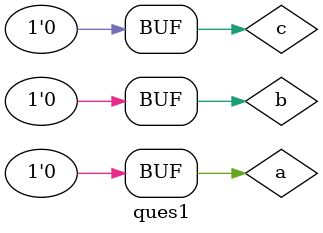
<source format=v>
module ques1 ();
  reg a,b,c;

    initial begin
        $monitor("[%0t] a=%0b,b=%0b,c=%0b",$time,a,b,c);
        a=1;
        b=0;
        a=#5 b;
        c=#5 a;
        a<=#5 b;
        c<=#5 a;
    end
endmodule

/*
[0] a=1,b=0,c=x
[5] a=0,b=0,c=x
[10] a=0,b=0,c=0
*/
</source>
